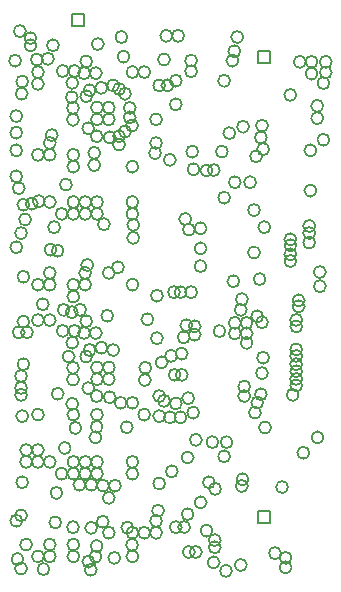
<source format=gbr>
G04*
G04 #@! TF.GenerationSoftware,Altium Limited,Altium Designer,24.9.1 (31)*
G04*
G04 Layer_Color=2752767*
%FSLAX44Y44*%
%MOMM*%
G71*
G04*
G04 #@! TF.SameCoordinates,3E31175B-2F74-4D0F-94E8-FEE4F86157FB*
G04*
G04*
G04 #@! TF.FilePolarity,Positive*
G04*
G01*
G75*
%ADD12C,0.1270*%
%ADD63C,0.1693*%
D12*
X209920Y433920D02*
Y444080D01*
X220080D01*
Y433920D01*
X209920D01*
X51920Y464920D02*
Y475080D01*
X62080D01*
Y464920D01*
X51920D01*
X209920Y44920D02*
Y55080D01*
X220080D01*
Y44920D01*
X209920D01*
D63*
X200958Y75878D02*
G03*
X200958Y75878I-5080J0D01*
G01*
X201580Y81500D02*
G03*
X201580Y81500I-5080J0D01*
G01*
X242164Y279702D02*
G03*
X242164Y279702I-5080J0D01*
G01*
X242098Y284650D02*
G03*
X242098Y284650I-5080J0D01*
G01*
X186080Y419000D02*
G03*
X186080Y419000I-5080J0D01*
G01*
X155080Y100000D02*
G03*
X155080Y100000I-5080J0D01*
G01*
X154080Y212000D02*
G03*
X154080Y212000I-5080J0D01*
G01*
X16080Y314000D02*
G03*
X16080Y314000I-5080J0D01*
G01*
X23080Y315000D02*
G03*
X23080Y315000I-5080J0D01*
G01*
X96080Y261000D02*
G03*
X96080Y261000I-5080J0D01*
G01*
X68350Y256298D02*
G03*
X68350Y256298I-5080J0D01*
G01*
X70080Y263000D02*
G03*
X70080Y263000I-5080J0D01*
G01*
X11080Y14000D02*
G03*
X11080Y14000I-5080J0D01*
G01*
X160080Y344000D02*
G03*
X160080Y344000I-5080J0D01*
G01*
X15106Y418292D02*
G03*
X15106Y418292I-5080J0D01*
G01*
X14580Y408000D02*
G03*
X14580Y408000I-5080J0D01*
G01*
X135080Y437000D02*
G03*
X135080Y437000I-5080J0D01*
G01*
X45080Y154000D02*
G03*
X45080Y154000I-5080J0D01*
G01*
X16080Y179000D02*
G03*
X16080Y179000I-5080J0D01*
G01*
X14080Y169000D02*
G03*
X14080Y169000I-5080J0D01*
G01*
X138048Y415032D02*
G03*
X138048Y415032I-5080J0D01*
G01*
X131048D02*
G03*
X131048Y415032I-5080J0D01*
G01*
X208048Y333032D02*
G03*
X208048Y333032I-5080J0D01*
G01*
X247048Y179032D02*
G03*
X247048Y179032I-5080J0D01*
G01*
X244048Y153032D02*
G03*
X244048Y153032I-5080J0D01*
G01*
X247080Y173000D02*
G03*
X247080Y173000I-5080J0D01*
G01*
X203048Y160032D02*
G03*
X203048Y160032I-5080J0D01*
G01*
Y152032D02*
G03*
X203048Y152032I-5080J0D01*
G01*
X178333Y73457D02*
G03*
X178333Y73457I-5080J0D01*
G01*
X238048Y15032D02*
G03*
X238048Y15032I-5080J0D01*
G01*
Y7032D02*
G03*
X238048Y7032I-5080J0D01*
G01*
X44048Y70032D02*
G03*
X44048Y70032I-5080J0D01*
G01*
X15080Y79000D02*
G03*
X15080Y79000I-5080J0D01*
G01*
X87048Y220032D02*
G03*
X87048Y220032I-5080J0D01*
G01*
X57048Y223032D02*
G03*
X57048Y223032I-5080J0D01*
G01*
X10048Y375032D02*
G03*
X10048Y375032I-5080J0D01*
G01*
Y360032D02*
G03*
X10048Y360032I-5080J0D01*
G01*
Y338032D02*
G03*
X10048Y338032I-5080J0D01*
G01*
X52048Y331032D02*
G03*
X52048Y331032I-5080J0D01*
G01*
X10048Y389032D02*
G03*
X10048Y389032I-5080J0D01*
G01*
X22048Y449032D02*
G03*
X22048Y449032I-5080J0D01*
G01*
Y455032D02*
G03*
X22048Y455032I-5080J0D01*
G01*
X79048Y450032D02*
G03*
X79048Y450032I-5080J0D01*
G01*
X147048Y457032D02*
G03*
X147048Y457032I-5080J0D01*
G01*
X137048D02*
G03*
X137048Y457032I-5080J0D01*
G01*
X260048Y425032D02*
G03*
X260048Y425032I-5080J0D01*
G01*
X272048Y426032D02*
G03*
X272048Y426032I-5080J0D01*
G01*
X260048Y435032D02*
G03*
X260048Y435032I-5080J0D01*
G01*
X250048D02*
G03*
X250048Y435032I-5080J0D01*
G01*
X272048D02*
G03*
X272048Y435032I-5080J0D01*
G01*
X194649Y443988D02*
G03*
X194649Y443988I-5080J0D01*
G01*
X193048Y436032D02*
G03*
X193048Y436032I-5080J0D01*
G01*
X158080Y427000D02*
G03*
X158080Y427000I-5080J0D01*
G01*
X158048Y436032D02*
G03*
X158048Y436032I-5080J0D01*
G01*
X140048Y352032D02*
G03*
X140048Y352032I-5080J0D01*
G01*
X108048Y381032D02*
G03*
X108048Y381032I-5080J0D01*
G01*
X195048Y333032D02*
G03*
X195048Y333032I-5080J0D01*
G01*
X166048Y277032D02*
G03*
X166048Y277032I-5080J0D01*
G01*
Y262032D02*
G03*
X166048Y262032I-5080J0D01*
G01*
X109048Y286032D02*
G03*
X109048Y286032I-5080J0D01*
G01*
X45048Y275032D02*
G03*
X45048Y275032I-5080J0D01*
G01*
X200048Y225032D02*
G03*
X200048Y225032I-5080J0D01*
G01*
X195048Y205032D02*
G03*
X195048Y205032I-5080J0D01*
G01*
X195080Y214000D02*
G03*
X195080Y214000I-5080J0D01*
G01*
X205048Y197032D02*
G03*
X205048Y197032I-5080J0D01*
G01*
Y205032D02*
G03*
X205048Y205032I-5080J0D01*
G01*
Y214032D02*
G03*
X205048Y214032I-5080J0D01*
G01*
X258080Y296000D02*
G03*
X258080Y296000I-5080J0D01*
G01*
X242153Y266396D02*
G03*
X242153Y266396I-5080J0D01*
G01*
X242080Y272000D02*
G03*
X242080Y272000I-5080J0D01*
G01*
X249080Y228000D02*
G03*
X249080Y228000I-5080J0D01*
G01*
Y233000D02*
G03*
X249080Y233000I-5080J0D01*
G01*
X145048Y41032D02*
G03*
X145048Y41032I-5080J0D01*
G01*
X152160Y41127D02*
G03*
X152160Y41127I-5080J0D01*
G01*
X178048Y30032D02*
G03*
X178048Y30032I-5080J0D01*
G01*
X51048Y108032D02*
G03*
X51048Y108032I-5080J0D01*
G01*
X42080Y295000D02*
G03*
X42080Y295000I-5080J0D01*
G01*
X84205Y297500D02*
G03*
X84205Y297500I-5080J0D01*
G01*
X109080Y297000D02*
G03*
X109080Y297000I-5080J0D01*
G01*
X166080Y294000D02*
G03*
X166080Y294000I-5080J0D01*
G01*
X129080Y237000D02*
G03*
X129080Y237000I-5080J0D01*
G01*
X32455Y229750D02*
G03*
X32455Y229750I-5080J0D01*
G01*
X50080Y225000D02*
G03*
X50080Y225000I-5080J0D01*
G01*
X64080D02*
G03*
X64080Y225000I-5080J0D01*
G01*
X253080Y104000D02*
G03*
X253080Y104000I-5080J0D01*
G01*
X265080Y117000D02*
G03*
X265080Y117000I-5080J0D01*
G01*
X235080Y75000D02*
G03*
X235080Y75000I-5080J0D01*
G01*
X229080Y19000D02*
G03*
X229080Y19000I-5080J0D01*
G01*
X178080Y24000D02*
G03*
X178080Y24000I-5080J0D01*
G01*
X33080Y5500D02*
G03*
X33080Y5500I-5080J0D01*
G01*
X14080Y6000D02*
G03*
X14080Y6000I-5080J0D01*
G01*
X162080Y115000D02*
G03*
X162080Y115000I-5080J0D01*
G01*
X186080Y101000D02*
G03*
X186080Y101000I-5080J0D01*
G01*
X220616Y125464D02*
G03*
X220616Y125464I-5080J0D01*
G01*
X88320Y65881D02*
G03*
X88320Y65881I-5080J0D01*
G01*
X93080Y15000D02*
G03*
X93080Y15000I-5080J0D01*
G01*
X108080Y26000D02*
G03*
X108080Y26000I-5080J0D01*
G01*
X104064Y40708D02*
G03*
X104064Y40708I-5080J0D01*
G01*
X73452Y40470D02*
G03*
X73452Y40470I-5080J0D01*
G01*
X83262Y45625D02*
G03*
X83262Y45625I-5080J0D01*
G01*
X83392Y76201D02*
G03*
X83392Y76201I-5080J0D01*
G01*
X93572Y76123D02*
G03*
X93572Y76123I-5080J0D01*
G01*
X73498Y76975D02*
G03*
X73498Y76975I-5080J0D01*
G01*
X63498D02*
G03*
X63498Y76975I-5080J0D01*
G01*
X16080Y253000D02*
G03*
X16080Y253000I-5080J0D01*
G01*
X39080Y276000D02*
G03*
X39080Y276000I-5080J0D01*
G01*
X17528Y301549D02*
G03*
X17528Y301549I-5080J0D01*
G01*
X242080Y407000D02*
G03*
X242080Y407000I-5080J0D01*
G01*
X145080Y419000D02*
G03*
X145080Y419000I-5080J0D01*
G01*
X171080Y343000D02*
G03*
X171080Y343000I-5080J0D01*
G01*
X270080Y417000D02*
G03*
X270080Y417000I-5080J0D01*
G01*
Y369000D02*
G03*
X270080Y369000I-5080J0D01*
G01*
X99080Y456000D02*
G03*
X99080Y456000I-5080J0D01*
G01*
X197080D02*
G03*
X197080Y456000I-5080J0D01*
G01*
X212080Y138000D02*
G03*
X212080Y138000I-5080J0D01*
G01*
X58080Y41000D02*
G03*
X58080Y41000I-5080J0D01*
G01*
X141705Y88250D02*
G03*
X141705Y88250I-5080J0D01*
G01*
X155080Y52000D02*
G03*
X155080Y52000I-5080J0D01*
G01*
X159830Y138000D02*
G03*
X159830Y138000I-5080J0D01*
G01*
X259080Y360000D02*
G03*
X259080Y360000I-5080J0D01*
G01*
X156080Y20000D02*
G03*
X156080Y20000I-5080J0D01*
G01*
X162080D02*
G03*
X162080Y20000I-5080J0D01*
G01*
X73080Y5000D02*
G03*
X73080Y5000I-5080J0D01*
G01*
X14080Y159000D02*
G03*
X14080Y159000I-5080J0D01*
G01*
X9080Y436000D02*
G03*
X9080Y436000I-5080J0D01*
G01*
X10080Y46500D02*
G03*
X10080Y46500I-5080J0D01*
G01*
X188080Y113000D02*
G03*
X188080Y113000I-5080J0D01*
G01*
X131080Y78000D02*
G03*
X131080Y78000I-5080J0D01*
G01*
X130080Y55000D02*
G03*
X130080Y55000I-5080J0D01*
G01*
X200080Y9000D02*
G03*
X200080Y9000I-5080J0D01*
G01*
X166080Y62000D02*
G03*
X166080Y62000I-5080J0D01*
G01*
X258080Y282000D02*
G03*
X258080Y282000I-5080J0D01*
G01*
Y290000D02*
G03*
X258080Y290000I-5080J0D01*
G01*
X259080Y326000D02*
G03*
X259080Y326000I-5080J0D01*
G01*
X78080Y152000D02*
G03*
X78080Y152000I-5080J0D01*
G01*
X78396Y96284D02*
G03*
X78396Y96284I-5080J0D01*
G01*
X89080Y151000D02*
G03*
X89080Y151000I-5080J0D01*
G01*
X68396Y96284D02*
G03*
X68396Y96284I-5080J0D01*
G01*
X58396D02*
G03*
X58396Y96284I-5080J0D01*
G01*
X58080Y166000D02*
G03*
X58080Y166000I-5080J0D01*
G01*
X72080Y191000D02*
G03*
X72080Y191000I-5080J0D01*
G01*
X82080Y193000D02*
G03*
X82080Y193000I-5080J0D01*
G01*
X58080Y176000D02*
G03*
X58080Y176000I-5080J0D01*
G01*
X78396Y86284D02*
G03*
X78396Y86284I-5080J0D01*
G01*
X68396D02*
G03*
X68396Y86284I-5080J0D01*
G01*
X58396D02*
G03*
X58396Y86284I-5080J0D01*
G01*
X220080Y295000D02*
G03*
X220080Y295000I-5080J0D01*
G01*
X182080Y207000D02*
G03*
X182080Y207000I-5080J0D01*
G01*
X177250Y343322D02*
G03*
X177250Y343322I-5080J0D01*
G01*
X264830Y397750D02*
G03*
X264830Y397750I-5080J0D01*
G01*
X264867Y387277D02*
G03*
X264867Y387277I-5080J0D01*
G01*
X267080Y245000D02*
G03*
X267080Y245000I-5080J0D01*
G01*
Y257000D02*
G03*
X267080Y257000I-5080J0D01*
G01*
X145080Y399000D02*
G03*
X145080Y399000I-5080J0D01*
G01*
X193880Y249228D02*
G03*
X193880Y249228I-5080J0D01*
G01*
X161080Y204000D02*
G03*
X161080Y204000I-5080J0D01*
G01*
X201080Y234000D02*
G03*
X201080Y234000I-5080J0D01*
G01*
X161080Y211000D02*
G03*
X161080Y211000I-5080J0D01*
G01*
X184080Y359000D02*
G03*
X184080Y359000I-5080J0D01*
G01*
X159080D02*
G03*
X159080Y359000I-5080J0D01*
G01*
X156080Y293000D02*
G03*
X156080Y293000I-5080J0D01*
G01*
X219080Y361000D02*
G03*
X219080Y361000I-5080J0D01*
G01*
X213080Y355000D02*
G03*
X213080Y355000I-5080J0D01*
G01*
X217080Y371000D02*
G03*
X217080Y371000I-5080J0D01*
G01*
X218080Y381000D02*
G03*
X218080Y381000I-5080J0D01*
G01*
X190442Y374638D02*
G03*
X190442Y374638I-5080J0D01*
G01*
X202080Y380084D02*
G03*
X202080Y380084I-5080J0D01*
G01*
X171080Y38000D02*
G03*
X171080Y38000I-5080J0D01*
G01*
X187580Y4000D02*
G03*
X187580Y4000I-5080J0D01*
G01*
X177080Y11184D02*
G03*
X177080Y11184I-5080J0D01*
G01*
X173080Y79000D02*
G03*
X173080Y79000I-5080J0D01*
G01*
X71051Y11854D02*
G03*
X71051Y11854I-5080J0D01*
G01*
X41080Y449000D02*
G03*
X41080Y449000I-5080J0D01*
G01*
X14080Y290000D02*
G03*
X14080Y290000I-5080J0D01*
G01*
X153080Y302000D02*
G03*
X153080Y302000I-5080J0D01*
G01*
X14080Y51000D02*
G03*
X14080Y51000I-5080J0D01*
G01*
Y153000D02*
G03*
X14080Y153000I-5080J0D01*
G01*
X19080Y206000D02*
G03*
X19080Y206000I-5080J0D01*
G01*
X12080D02*
G03*
X12080Y206000I-5080J0D01*
G01*
X15080Y135000D02*
G03*
X15080Y135000I-5080J0D01*
G01*
X16080Y215000D02*
G03*
X16080Y215000I-5080J0D01*
G01*
X13080Y461000D02*
G03*
X13080Y461000I-5080J0D01*
G01*
X10080Y278000D02*
G03*
X10080Y278000I-5080J0D01*
G01*
X43080Y45000D02*
G03*
X43080Y45000I-5080J0D01*
G01*
X176080Y113000D02*
G03*
X176080Y113000I-5080J0D01*
G01*
X216080Y251000D02*
G03*
X216080Y251000I-5080J0D01*
G01*
X211330Y273500D02*
G03*
X211330Y273500I-5080J0D01*
G01*
Y309500D02*
G03*
X211330Y309500I-5080J0D01*
G01*
X186080Y320000D02*
G03*
X186080Y320000I-5080J0D01*
G01*
X158080Y240000D02*
G03*
X158080Y240000I-5080J0D01*
G01*
X143580D02*
G03*
X143580Y240000I-5080J0D01*
G01*
X140080Y134000D02*
G03*
X140080Y134000I-5080J0D01*
G01*
X149080D02*
G03*
X149080Y134000I-5080J0D01*
G01*
X28364Y106316D02*
G03*
X28364Y106316I-5080J0D01*
G01*
X27399Y436892D02*
G03*
X27399Y436892I-5080J0D01*
G01*
X36850Y437572D02*
G03*
X36850Y437572I-5080J0D01*
G01*
X29080Y317000D02*
G03*
X29080Y317000I-5080J0D01*
G01*
X12080Y328000D02*
G03*
X12080Y328000I-5080J0D01*
G01*
X40080Y373000D02*
G03*
X40080Y373000I-5080J0D01*
G01*
X76045Y347536D02*
G03*
X76045Y347536I-5080J0D01*
G01*
X100824Y439318D02*
G03*
X100824Y439318I-5080J0D01*
G01*
X149080Y240000D02*
G03*
X149080Y240000I-5080J0D01*
G01*
X77080Y16000D02*
G03*
X77080Y16000I-5080J0D01*
G01*
X78080Y126000D02*
G03*
X78080Y126000I-5080J0D01*
G01*
X77080Y117000D02*
G03*
X77080Y117000I-5080J0D01*
G01*
X218080Y214500D02*
G03*
X218080Y214500I-5080J0D01*
G01*
X214080Y219500D02*
G03*
X214080Y219500I-5080J0D01*
G01*
X219080Y184500D02*
G03*
X219080Y184500I-5080J0D01*
G01*
X218080Y171500D02*
G03*
X218080Y171500I-5080J0D01*
G01*
X247080Y211000D02*
G03*
X247080Y211000I-5080J0D01*
G01*
Y216500D02*
G03*
X247080Y216500I-5080J0D01*
G01*
Y186000D02*
G03*
X247080Y186000I-5080J0D01*
G01*
Y191500D02*
G03*
X247080Y191500I-5080J0D01*
G01*
Y161000D02*
G03*
X247080Y161000I-5080J0D01*
G01*
Y166500D02*
G03*
X247080Y166500I-5080J0D01*
G01*
X214080Y146500D02*
G03*
X214080Y146500I-5080J0D01*
G01*
X217080Y153500D02*
G03*
X217080Y153500I-5080J0D01*
G01*
X108364Y36284D02*
G03*
X108364Y36284I-5080J0D01*
G01*
X18364Y106316D02*
G03*
X18364Y106316I-5080J0D01*
G01*
X121080Y217000D02*
G03*
X121080Y217000I-5080J0D01*
G01*
X108364Y346284D02*
G03*
X108364Y346284I-5080J0D01*
G01*
X38364Y356316D02*
G03*
X38364Y356316I-5080J0D01*
G01*
X58364Y346284D02*
G03*
X58364Y346284I-5080J0D01*
G01*
Y356284D02*
G03*
X58364Y356284I-5080J0D01*
G01*
X76080Y358000D02*
G03*
X76080Y358000I-5080J0D01*
G01*
X28396Y356284D02*
G03*
X28396Y356284I-5080J0D01*
G01*
Y426316D02*
G03*
X28396Y426316I-5080J0D01*
G01*
X108396D02*
G03*
X108396Y426316I-5080J0D01*
G01*
X128396Y386316D02*
G03*
X128396Y386316I-5080J0D01*
G01*
Y366284D02*
G03*
X128396Y366284I-5080J0D01*
G01*
X108364Y306284D02*
G03*
X108364Y306284I-5080J0D01*
G01*
Y316284D02*
G03*
X108364Y316284I-5080J0D01*
G01*
X48396Y306284D02*
G03*
X48396Y306284I-5080J0D01*
G01*
X108396Y246316D02*
G03*
X108396Y246316I-5080J0D01*
G01*
X58364Y236284D02*
G03*
X58364Y236284I-5080J0D01*
G01*
X68364Y246316D02*
G03*
X68364Y246316I-5080J0D01*
G01*
X88364Y256316D02*
G03*
X88364Y256316I-5080J0D01*
G01*
X38364D02*
G03*
X38364Y256316I-5080J0D01*
G01*
Y246316D02*
G03*
X38364Y246316I-5080J0D01*
G01*
X58364Y246284D02*
G03*
X58364Y246284I-5080J0D01*
G01*
X28364Y246316D02*
G03*
X28364Y246316I-5080J0D01*
G01*
X38364Y216316D02*
G03*
X38364Y216316I-5080J0D01*
G01*
X28364D02*
G03*
X28364Y216316I-5080J0D01*
G01*
X103514Y125627D02*
G03*
X103514Y125627I-5080J0D01*
G01*
X48396Y86284D02*
G03*
X48396Y86284I-5080J0D01*
G01*
X38364Y96284D02*
G03*
X38364Y96284I-5080J0D01*
G01*
X128396Y46284D02*
G03*
X128396Y46284I-5080J0D01*
G01*
Y36284D02*
G03*
X128396Y36284I-5080J0D01*
G01*
X118364Y36316D02*
G03*
X118364Y36316I-5080J0D01*
G01*
X108364Y16284D02*
G03*
X108364Y16284I-5080J0D01*
G01*
X38364Y26284D02*
G03*
X38364Y26284I-5080J0D01*
G01*
X58364D02*
G03*
X58364Y26284I-5080J0D01*
G01*
X108396Y96316D02*
G03*
X108396Y96316I-5080J0D01*
G01*
X28364D02*
G03*
X28364Y96316I-5080J0D01*
G01*
X18364D02*
G03*
X18364Y96316I-5080J0D01*
G01*
X28364Y136316D02*
G03*
X28364Y136316I-5080J0D01*
G01*
X60080Y125000D02*
G03*
X60080Y125000I-5080J0D01*
G01*
X58364Y136284D02*
G03*
X58364Y136284I-5080J0D01*
G01*
X38364Y16284D02*
G03*
X38364Y16284I-5080J0D01*
G01*
X58364D02*
G03*
X58364Y16284I-5080J0D01*
G01*
X18364Y26284D02*
G03*
X18364Y26284I-5080J0D01*
G01*
X28364Y16284D02*
G03*
X28364Y16284I-5080J0D01*
G01*
X108396Y146316D02*
G03*
X108396Y146316I-5080J0D01*
G01*
X118364Y136316D02*
G03*
X118364Y136316I-5080J0D01*
G01*
X78364Y136284D02*
G03*
X78364Y136284I-5080J0D01*
G01*
Y176284D02*
G03*
X78364Y176284I-5080J0D01*
G01*
X88396D02*
G03*
X88396Y176284I-5080J0D01*
G01*
X78396Y166316D02*
G03*
X78396Y166316I-5080J0D01*
G01*
X88364D02*
G03*
X88364Y166316I-5080J0D01*
G01*
X131080Y152000D02*
G03*
X131080Y152000I-5080J0D01*
G01*
X155618Y150236D02*
G03*
X155618Y150236I-5080J0D01*
G01*
X144080Y170000D02*
G03*
X144080Y170000I-5080J0D01*
G01*
X150080D02*
G03*
X150080Y170000I-5080J0D01*
G01*
X54330Y185500D02*
G03*
X54330Y185500I-5080J0D01*
G01*
X70991Y158689D02*
G03*
X70991Y158689I-5080J0D01*
G01*
X129080Y201000D02*
G03*
X129080Y201000I-5080J0D01*
G01*
X78080Y25000D02*
G03*
X78080Y25000I-5080J0D01*
G01*
X78396Y396284D02*
G03*
X78396Y396284I-5080J0D01*
G01*
Y386316D02*
G03*
X78396Y386316I-5080J0D01*
G01*
X88364D02*
G03*
X88364Y386316I-5080J0D01*
G01*
Y396284D02*
G03*
X88364Y396284I-5080J0D01*
G01*
X57080Y405000D02*
G03*
X57080Y405000I-5080J0D01*
G01*
X70991Y378689D02*
G03*
X70991Y378689I-5080J0D01*
G01*
X57435Y145419D02*
G03*
X57435Y145419I-5080J0D01*
G01*
X131080Y135000D02*
G03*
X131080Y135000I-5080J0D01*
G01*
X98396Y146316D02*
G03*
X98396Y146316I-5080J0D01*
G01*
X133080Y180500D02*
G03*
X133080Y180500I-5080J0D01*
G01*
X69238Y185442D02*
G03*
X69238Y185442I-5080J0D01*
G01*
X151830Y201750D02*
G03*
X151830Y201750I-5080J0D01*
G01*
X108364Y86284D02*
G03*
X108364Y86284I-5080J0D01*
G01*
X88364Y36316D02*
G03*
X88364Y36316I-5080J0D01*
G01*
X38396Y316316D02*
G03*
X38396Y316316I-5080J0D01*
G01*
X118396Y426316D02*
G03*
X118396Y426316I-5080J0D01*
G01*
X28364Y416284D02*
G03*
X28364Y416284I-5080J0D01*
G01*
X127516Y357723D02*
G03*
X127516Y357723I-5080J0D01*
G01*
X38364Y366316D02*
G03*
X38364Y366316I-5080J0D01*
G01*
X69380Y405875D02*
G03*
X69380Y405875I-5080J0D01*
G01*
X97080Y365000D02*
G03*
X97080Y365000I-5080J0D01*
G01*
X92080Y191000D02*
G03*
X92080Y191000I-5080J0D01*
G01*
Y415000D02*
G03*
X92080Y415000I-5080J0D01*
G01*
X135080Y148000D02*
G03*
X135080Y148000I-5080J0D01*
G01*
X145080Y145750D02*
G03*
X145080Y145750I-5080J0D01*
G01*
X141080Y186000D02*
G03*
X141080Y186000I-5080J0D01*
G01*
X150080Y188000D02*
G03*
X150080Y188000I-5080J0D01*
G01*
X119335Y175972D02*
G03*
X119335Y175972I-5080J0D01*
G01*
X118886Y165557D02*
G03*
X118886Y165557I-5080J0D01*
G01*
X49325Y207197D02*
G03*
X49325Y207197I-5080J0D01*
G01*
X77435Y205403D02*
G03*
X77435Y205403I-5080J0D01*
G01*
X69277Y215354D02*
G03*
X69277Y215354I-5080J0D01*
G01*
X67435Y205403D02*
G03*
X67435Y205403I-5080J0D01*
G01*
X59325Y207197D02*
G03*
X59325Y207197I-5080J0D01*
G01*
X57483Y197246D02*
G03*
X57483Y197246I-5080J0D01*
G01*
X97080Y412000D02*
G03*
X97080Y412000I-5080J0D01*
G01*
X102080Y408000D02*
G03*
X102080Y408000I-5080J0D01*
G01*
X97080Y372000D02*
G03*
X97080Y372000I-5080J0D01*
G01*
X102080Y376000D02*
G03*
X102080Y376000I-5080J0D01*
G01*
X106080Y388000D02*
G03*
X106080Y388000I-5080J0D01*
G01*
Y396000D02*
G03*
X106080Y396000I-5080J0D01*
G01*
X49325Y427197D02*
G03*
X49325Y427197I-5080J0D01*
G01*
X78080Y372000D02*
G03*
X78080Y372000I-5080J0D01*
G01*
X78396Y306284D02*
G03*
X78396Y306284I-5080J0D01*
G01*
X68396D02*
G03*
X68396Y306284I-5080J0D01*
G01*
X58396D02*
G03*
X58396Y306284I-5080J0D01*
G01*
X78396Y316284D02*
G03*
X78396Y316284I-5080J0D01*
G01*
X68396D02*
G03*
X68396Y316284I-5080J0D01*
G01*
X58396D02*
G03*
X58396Y316284I-5080J0D01*
G01*
X69277Y435354D02*
G03*
X69277Y435354I-5080J0D01*
G01*
X67435Y425403D02*
G03*
X67435Y425403I-5080J0D01*
G01*
X59325Y427197D02*
G03*
X59325Y427197I-5080J0D01*
G01*
X57483Y417245D02*
G03*
X57483Y417245I-5080J0D01*
G01*
X58080Y386000D02*
G03*
X58080Y386000I-5080J0D01*
G01*
X72080Y411000D02*
G03*
X72080Y411000I-5080J0D01*
G01*
X82080Y413000D02*
G03*
X82080Y413000I-5080J0D01*
G01*
X58080Y396000D02*
G03*
X58080Y396000I-5080J0D01*
G01*
X89080Y371000D02*
G03*
X89080Y371000I-5080J0D01*
G01*
X77435Y425403D02*
G03*
X77435Y425403I-5080J0D01*
G01*
M02*

</source>
